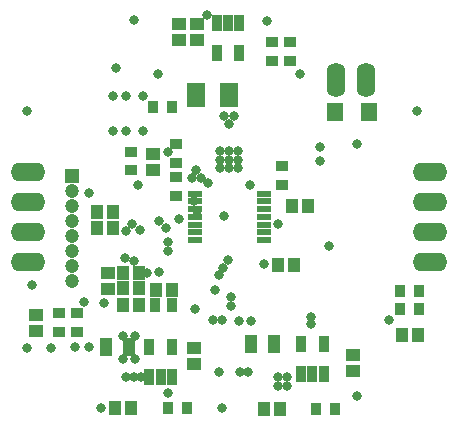
<source format=gbs>
G04 Layer_Color=8150272*
%FSAX44Y44*%
%MOMM*%
G71*
G01*
G75*
%ADD60R,1.1032X1.5532*%
%ADD61R,0.9032X1.1032*%
%ADD62R,1.1032X0.9032*%
%ADD63R,1.1032X1.2032*%
%ADD64R,1.2032X1.1032*%
%ADD72O,2.9464X1.5748*%
%ADD73O,1.5748X2.9464*%
%ADD74C,1.2032*%
%ADD75R,1.2032X1.2032*%
%ADD76C,0.8382*%
%ADD77C,0.8128*%
%ADD78R,1.5032X2.0032*%
%ADD79R,0.8128X1.3716*%
%ADD80R,1.4532X1.5532*%
%ADD81R,0.9732X1.1832*%
%ADD82R,1.1938X0.5080*%
D60*
X00228190Y00082100D02*
D03*
X00208690D02*
D03*
X00105000Y00079785D02*
D03*
X00085500D02*
D03*
D61*
X00350900Y00126775D02*
D03*
X00334900D02*
D03*
X00334900Y00111535D02*
D03*
X00350900D02*
D03*
X00141350Y00282985D02*
D03*
X00125350D02*
D03*
X00263780Y00027490D02*
D03*
X00279780D02*
D03*
X00138050Y00027715D02*
D03*
X00154050D02*
D03*
D62*
X00045720Y00108685D02*
D03*
Y00092685D02*
D03*
X00060960Y00092685D02*
D03*
Y00108685D02*
D03*
X00144780Y00223295D02*
D03*
Y00207295D02*
D03*
Y00235235D02*
D03*
Y00251235D02*
D03*
X00106680Y00229265D02*
D03*
Y00245265D02*
D03*
X00234950Y00216790D02*
D03*
Y00232790D02*
D03*
X00226060Y00322200D02*
D03*
Y00338200D02*
D03*
X00241300Y00322200D02*
D03*
Y00338200D02*
D03*
D63*
X00091840Y00194310D02*
D03*
X00078340D02*
D03*
X00091840Y00180340D02*
D03*
X00078340D02*
D03*
X00113430Y00129315D02*
D03*
X00099930D02*
D03*
X00113430Y00142240D02*
D03*
X00099930D02*
D03*
X00127870Y00128045D02*
D03*
X00141370D02*
D03*
X00113430Y00115345D02*
D03*
X00099930D02*
D03*
X00245010Y00149605D02*
D03*
X00231510D02*
D03*
X00349650Y00089945D02*
D03*
X00336150D02*
D03*
X00232810Y00027490D02*
D03*
X00219310D02*
D03*
X00107080Y00027715D02*
D03*
X00093580D02*
D03*
X00243440Y00199165D02*
D03*
X00256940D02*
D03*
D64*
X00087630Y00142640D02*
D03*
Y00129140D02*
D03*
X00026670Y00093580D02*
D03*
Y00107080D02*
D03*
X00125730Y00242970D02*
D03*
Y00229470D02*
D03*
X00162560Y00339735D02*
D03*
Y00353235D02*
D03*
X00147320Y00339735D02*
D03*
Y00353235D02*
D03*
X00294640Y00059290D02*
D03*
Y00072790D02*
D03*
X00160020Y00079140D02*
D03*
Y00065640D02*
D03*
D72*
X00020000Y00151900D02*
D03*
Y00177300D02*
D03*
Y00202700D02*
D03*
Y00228100D02*
D03*
X00360000D02*
D03*
Y00202700D02*
D03*
Y00177300D02*
D03*
Y00151900D02*
D03*
D73*
X00306070Y00306070D02*
D03*
X00280670D02*
D03*
D74*
X00057150Y00135890D02*
D03*
Y00148590D02*
D03*
Y00161290D02*
D03*
Y00173990D02*
D03*
Y00186690D02*
D03*
Y00199390D02*
D03*
Y00212090D02*
D03*
D75*
Y00224790D02*
D03*
D76*
X00266700Y00237490D02*
D03*
X00071120Y00209804D02*
D03*
X00116840Y00292100D02*
D03*
Y00262890D02*
D03*
X00172502Y00218440D02*
D03*
X00160020Y00203200D02*
D03*
X00161290Y00111760D02*
D03*
X00177800Y00128270D02*
D03*
X00166043Y00222758D02*
D03*
X00162560Y00191770D02*
D03*
X00182500Y00238500D02*
D03*
X00190000Y00246000D02*
D03*
X00197500Y00238500D02*
D03*
X00190000Y00231000D02*
D03*
X00162219Y00229710D02*
D03*
X00158242Y00222758D02*
D03*
X00120650Y00142240D02*
D03*
X00130810Y00143510D02*
D03*
X00101600Y00154940D02*
D03*
X00109220Y00152400D02*
D03*
X00059690Y00080010D02*
D03*
X00114300Y00179070D02*
D03*
X00081280Y00027940D02*
D03*
X00222250Y00355600D02*
D03*
X00129540Y00311150D02*
D03*
X00171450Y00360680D02*
D03*
X00071120Y00080010D02*
D03*
X00325120Y00102870D02*
D03*
X00250190Y00311150D02*
D03*
X00349250Y00279400D02*
D03*
X00019050Y00078740D02*
D03*
X00022860Y00132080D02*
D03*
X00147320Y00187735D02*
D03*
X00102870Y00177800D02*
D03*
X00138430Y00168910D02*
D03*
X00039370Y00078740D02*
D03*
X00184150Y00027940D02*
D03*
X00067310Y00118110D02*
D03*
X00259080Y00105410D02*
D03*
X00231140Y00046990D02*
D03*
Y00054610D02*
D03*
X00199390Y00058420D02*
D03*
X00205740D02*
D03*
X00238760Y00054610D02*
D03*
X00181610Y00058420D02*
D03*
X00238760Y00046990D02*
D03*
X00138430Y00040640D02*
D03*
X00208280Y00101600D02*
D03*
X00102870Y00054610D02*
D03*
X00109220D02*
D03*
X00115570D02*
D03*
X00259080Y00099060D02*
D03*
X00100330Y00088900D02*
D03*
X00110490D02*
D03*
Y00069850D02*
D03*
X00100330D02*
D03*
X00102870Y00292100D02*
D03*
Y00262890D02*
D03*
X00091440D02*
D03*
Y00292100D02*
D03*
X00113030Y00216945D02*
D03*
X00219710Y00149635D02*
D03*
X00138430Y00161290D02*
D03*
X00207780Y00216915D02*
D03*
X00194000Y00275336D02*
D03*
X00186000D02*
D03*
X00190000Y00268224D02*
D03*
X00182500Y00231005D02*
D03*
X00197500D02*
D03*
Y00246005D02*
D03*
X00182500D02*
D03*
X00190000Y00238505D02*
D03*
X00019050Y00279400D02*
D03*
X00138430Y00245110D02*
D03*
X00266700Y00248920D02*
D03*
X00298450Y00251460D02*
D03*
X00093980Y00316005D02*
D03*
X00109220Y00356645D02*
D03*
X00298450Y00038100D02*
D03*
X00083820Y00116840D02*
D03*
X00191770Y00114300D02*
D03*
X00198120Y00101600D02*
D03*
X00176530Y00102616D02*
D03*
X00184150D02*
D03*
X00191770Y00121920D02*
D03*
X00185420Y00190275D02*
D03*
X00231140Y00184150D02*
D03*
X00274320Y00165100D02*
D03*
X00136405Y00180630D02*
D03*
X00130690Y00186435D02*
D03*
X00107950Y00184150D02*
D03*
D77*
X00188730Y00153415D02*
D03*
X00184920Y00147065D02*
D03*
X00181110Y00140715D02*
D03*
D78*
X00162030Y00293115D02*
D03*
X00190030D02*
D03*
D79*
X00179596Y00354130D02*
D03*
X00189248D02*
D03*
X00198748D02*
D03*
Y00328930D02*
D03*
X00179596D02*
D03*
X00270002Y00056900D02*
D03*
X00260350D02*
D03*
X00250850D02*
D03*
Y00082100D02*
D03*
X00270002D02*
D03*
X00141732Y00054585D02*
D03*
X00132080D02*
D03*
X00122580D02*
D03*
Y00079785D02*
D03*
X00141732D02*
D03*
D80*
X00308250Y00278505D02*
D03*
X00279750D02*
D03*
D81*
X00141770Y00115345D02*
D03*
X00127470D02*
D03*
D82*
X00160790Y00209500D02*
D03*
Y00203000D02*
D03*
Y00196500D02*
D03*
Y00190000D02*
D03*
Y00183396D02*
D03*
Y00176792D02*
D03*
Y00170442D02*
D03*
X00219178D02*
D03*
Y00176792D02*
D03*
Y00183396D02*
D03*
Y00190000D02*
D03*
Y00196500D02*
D03*
Y00203000D02*
D03*
Y00209500D02*
D03*
M02*

</source>
